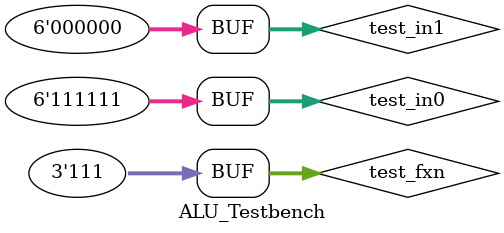
<source format=v>
`timescale 1ns / 100ps


module ALU_Testbench;
// Signal declaration
reg [5:0] test_in0, test_in1;
reg [2:0] test_fxn;
wire [5:0] output_vec;


// Instantiate circuit under test
ALU uut

(.A(test_in0), .B(test_in1), .fxn(test_fxn), .output_vector(output_vec));

initial
begin
    $display ("time test_in0 test_in1 test_fxn output_vec");
    $monitor ("%d %b %b %b %b" ,
                $time, test_in0 , test_in1 , test_fxn, output_vec);
            
    test_in0 = 6'b011010; //90 in binary
    test_in1 = 6'b011010;
    
    test_fxn = 3'b000;
    # 200;
    
    test_fxn = 3'b001;
    # 200;
    
    test_fxn = 3'b010;
    # 200;
    
    test_fxn = 3'b011;
    # 200;
    
    test_fxn = 3'b100;
    # 200;
    
    test_fxn = 3'b101;
    # 200;
    
    test_fxn = 3'b110;
    # 200;
    
    test_fxn = 3'b111;
    # 200;
    
    test_in0 = 6'b010101; //90 in binary
    test_in1 = 6'b101010;
    
    test_fxn = 3'b000;
    # 200;
    
    test_fxn = 3'b001;
    # 200;
    
    test_fxn = 3'b010;
    # 200;
    
    test_fxn = 3'b011;
    # 200;
    
    test_fxn = 3'b100;
    # 200;
    
    test_fxn = 3'b101;
    # 200;
    
    test_fxn = 3'b110;
    # 200;
    
    test_fxn = 3'b111;
    # 200;
    
    test_in0 = 6'b101100; //90 in binary
    test_in1 = 6'b001101;
    
    test_fxn = 3'b000;
    # 200;
    
    test_fxn = 3'b001;
    # 200;
    
    test_fxn = 3'b010;
    # 200;
    
    test_fxn = 3'b011;
    # 200;
    
    test_fxn = 3'b100;
    # 200;
    
    test_fxn = 3'b101;
    # 200;
    
    test_fxn = 3'b110;
    # 200;
    
    test_fxn = 3'b111;
    # 200;
    
    test_in0 = 6'b110001; //90 in binary
    test_in1 = 6'b001110;
    
    test_fxn = 3'b000;
    # 200;
    
    test_fxn = 3'b001;
    # 200;
    
    test_fxn = 3'b010;
    # 200;
    
    test_fxn = 3'b011;
    # 200;
    
    test_fxn = 3'b100;
    # 200;
    
    test_fxn = 3'b101;
    # 200;
    
    test_fxn = 3'b110;
    # 200;
    
    test_fxn = 3'b111;
    # 200;
    
    test_in0 = 6'b111111; //90 in binary
    test_in1 = 6'b111111;
    
    test_fxn = 3'b000;
    # 200;
    
    test_fxn = 3'b001;
    # 200;
    
    test_fxn = 3'b010;
    # 200;
    
    test_fxn = 3'b011;
    # 200;
    
    test_fxn = 3'b100;
    # 200;
    
    test_fxn = 3'b101;
    # 200;
    
    test_fxn = 3'b110;
    # 200;
    
    test_fxn = 3'b111;
    # 200;
    
    test_in0 = 6'b000010; //90 in binary
    test_in1 = 6'b000001;
    
    test_fxn = 3'b000;
    # 200;
    
    test_fxn = 3'b001;
    # 200;
    
    test_fxn = 3'b010;
    # 200;
    
    test_fxn = 3'b011;
    # 200;
    
    test_fxn = 3'b100;
    # 200;
    
    test_fxn = 3'b101;
    # 200;
    
    test_fxn = 3'b110;
    # 200;
    
    test_fxn = 3'b111;
    # 200;
    
    test_in0 = 6'b111111; //90 in binary
    test_in1 = 6'b000000;
    
    test_fxn = 3'b000;
    # 200;
    
    test_fxn = 3'b001;
    # 200;
    
    test_fxn = 3'b010;
    # 200;
    
    test_fxn = 3'b011;
    # 200;
    
    test_fxn = 3'b100;
    # 200;
    
    test_fxn = 3'b101;
    # 200;
    
    test_fxn = 3'b110;
    # 200;
    
    test_fxn = 3'b111;
    # 200;
    
end

endmodule

</source>
